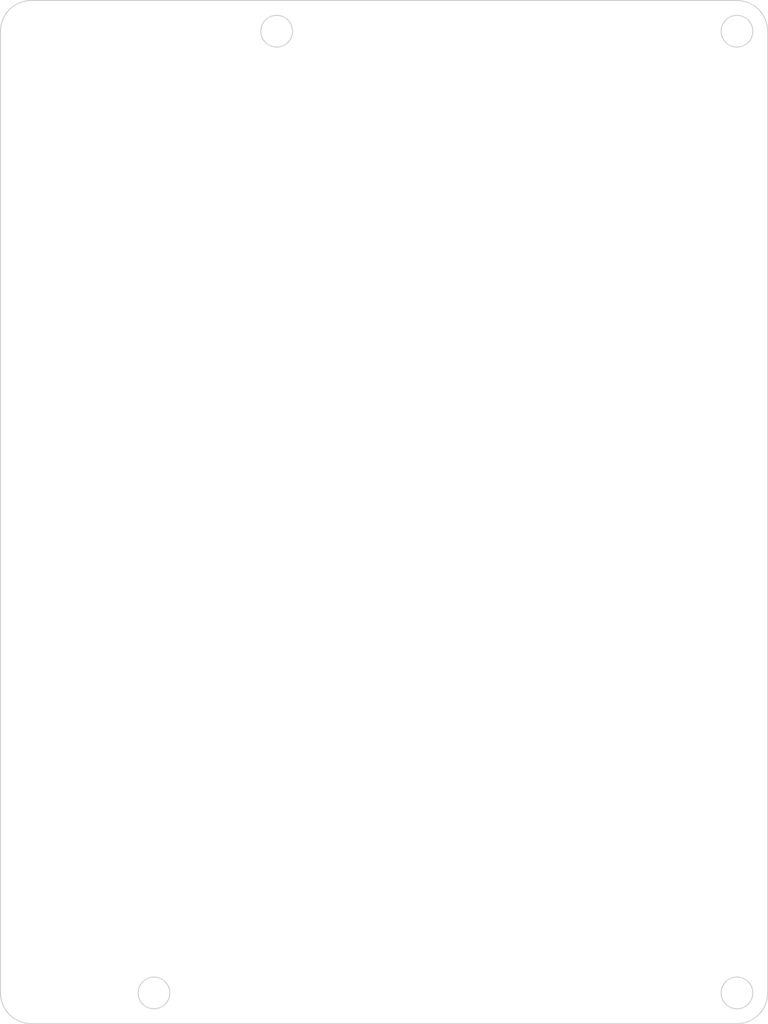
<source format=kicad_pcb>
(kicad_pcb (version 20221018) (generator pcbnew)

  (general
    (thickness 1.6)
  )

  (paper "A4")
  (layers
    (0 "F.Cu" signal)
    (31 "B.Cu" signal)
    (32 "B.Adhes" user "B.Adhesive")
    (33 "F.Adhes" user "F.Adhesive")
    (34 "B.Paste" user)
    (35 "F.Paste" user)
    (36 "B.SilkS" user "B.Silkscreen")
    (37 "F.SilkS" user "F.Silkscreen")
    (38 "B.Mask" user)
    (39 "F.Mask" user)
    (40 "Dwgs.User" user "User.Drawings")
    (41 "Cmts.User" user "User.Comments")
    (42 "Eco1.User" user "User.Eco1")
    (43 "Eco2.User" user "User.Eco2")
    (44 "Edge.Cuts" user)
    (45 "Margin" user)
    (46 "B.CrtYd" user "B.Courtyard")
    (47 "F.CrtYd" user "F.Courtyard")
    (48 "B.Fab" user)
    (49 "F.Fab" user)
    (50 "User.1" user)
    (51 "User.2" user)
    (52 "User.3" user)
    (53 "User.4" user)
    (54 "User.5" user)
    (55 "User.6" user)
    (56 "User.7" user)
    (57 "User.8" user)
    (58 "User.9" user)
  )

  (setup
    (pad_to_mask_clearance 0)
    (pcbplotparams
      (layerselection 0x00010fc_ffffffff)
      (plot_on_all_layers_selection 0x0000000_00000000)
      (disableapertmacros false)
      (usegerberextensions true)
      (usegerberattributes false)
      (usegerberadvancedattributes false)
      (creategerberjobfile false)
      (dashed_line_dash_ratio 12.000000)
      (dashed_line_gap_ratio 3.000000)
      (svgprecision 4)
      (plotframeref false)
      (viasonmask false)
      (mode 1)
      (useauxorigin false)
      (hpglpennumber 1)
      (hpglpenspeed 20)
      (hpglpendiameter 15.000000)
      (dxfpolygonmode true)
      (dxfimperialunits true)
      (dxfusepcbnewfont true)
      (psnegative false)
      (psa4output false)
      (plotreference true)
      (plotvalue false)
      (plotinvisibletext false)
      (sketchpadsonfab false)
      (subtractmaskfromsilk true)
      (outputformat 1)
      (mirror false)
      (drillshape 0)
      (scaleselection 1)
      (outputdirectory "gerbers")
    )
  )

  (net 0 "")

  (gr_circle (center 72 3) (end 73.55 3)
    (stroke (width 0.1) (type default)) (fill none) (layer "Edge.Cuts") (tstamp 09cf9459-d51d-447d-9ff0-65b99aa807e4))
  (gr_arc (start 3 100) (mid 0.87868 99.12132) (end 0 97)
    (stroke (width 0.1) (type default)) (layer "Edge.Cuts") (tstamp 37537ba1-af7b-41a7-a3c8-9a949a25a4ca))
  (gr_line (start 3 0) (end 72 0)
    (stroke (width 0.1) (type default)) (layer "Edge.Cuts") (tstamp 3cb87115-5468-4682-9e15-e31e987c7a6f))
  (gr_line (start 0 97) (end 0 3)
    (stroke (width 0.1) (type default)) (layer "Edge.Cuts") (tstamp 59af7a49-7dc7-4ba5-946f-d4f7f8751ea4))
  (gr_circle (center 27 3) (end 28.55 3)
    (stroke (width 0.1) (type default)) (fill none) (layer "Edge.Cuts") (tstamp 6685f440-b048-403c-9c22-4323236dfab5))
  (gr_arc (start 75 97) (mid 74.12132 99.12132) (end 72 100)
    (stroke (width 0.1) (type default)) (layer "Edge.Cuts") (tstamp 79d31ceb-5bd9-4e92-a731-ac0ce1121d4d))
  (gr_arc (start 0 3) (mid 0.87868 0.87868) (end 3 0)
    (stroke (width 0.1) (type default)) (layer "Edge.Cuts") (tstamp 7a9a7c3c-e230-49d8-a587-bdec6ea4692e))
  (gr_circle (center 15 97) (end 16.55 97)
    (stroke (width 0.1) (type default)) (fill none) (layer "Edge.Cuts") (tstamp a058f4d5-9f8c-4adc-810b-55a9e5f15cfb))
  (gr_arc (start 72 0) (mid 74.12132 0.87868) (end 75 3)
    (stroke (width 0.1) (type default)) (layer "Edge.Cuts") (tstamp b2da4b92-883e-474e-9f7b-5c16b13ab233))
  (gr_line (start 75 3) (end 75 97)
    (stroke (width 0.1) (type default)) (layer "Edge.Cuts") (tstamp d8538010-2471-4d49-b61e-6a7315e14f36))
  (gr_line (start 72 100) (end 3 100)
    (stroke (width 0.1) (type default)) (layer "Edge.Cuts") (tstamp e4d0efba-cd35-4d42-a899-0cb5a31b71c8))
  (gr_circle (center 72 97) (end 73.55 97)
    (stroke (width 0.1) (type default)) (fill none) (layer "Edge.Cuts") (tstamp e55baa11-a4c2-4e04-94c3-027a324ae4a4))

)

</source>
